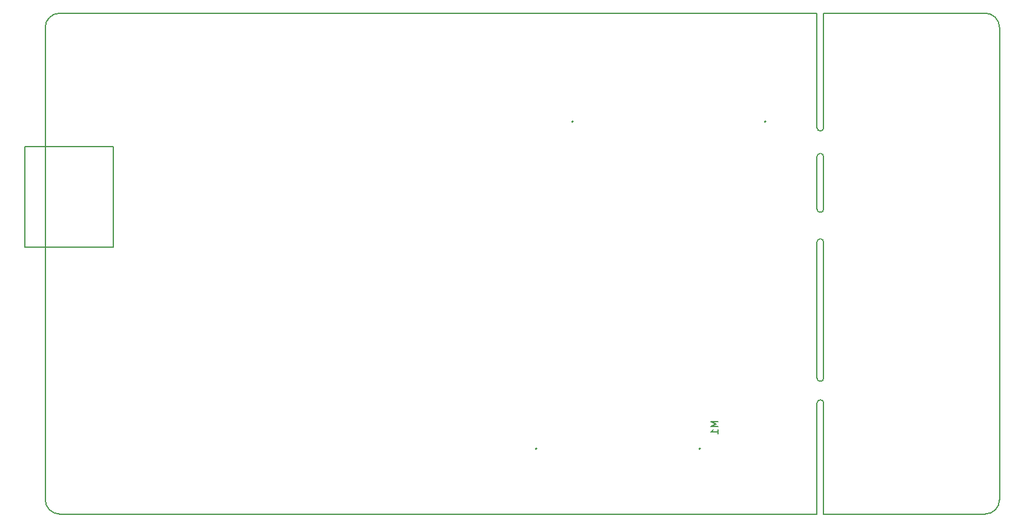
<source format=gbr>
%TF.GenerationSoftware,KiCad,Pcbnew,7.0.1*%
%TF.CreationDate,2023-11-29T10:40:01+01:00*%
%TF.ProjectId,current100A_Artiq,63757272-656e-4743-9130-30415f417274,rev?*%
%TF.SameCoordinates,Original*%
%TF.FileFunction,AssemblyDrawing,Bot*%
%FSLAX46Y46*%
G04 Gerber Fmt 4.6, Leading zero omitted, Abs format (unit mm)*
G04 Created by KiCad (PCBNEW 7.0.1) date 2023-11-29 10:40:01*
%MOMM*%
%LPD*%
G01*
G04 APERTURE LIST*
%ADD10C,0.150000*%
%ADD11C,0.127000*%
%ADD12C,0.200000*%
G04 APERTURE END LIST*
D10*
%TO.C,M1*%
X94132739Y-58194676D02*
X93132739Y-58194676D01*
X93132739Y-58194676D02*
X93847024Y-58528009D01*
X93847024Y-58528009D02*
X93132739Y-58861342D01*
X93132739Y-58861342D02*
X94132739Y-58861342D01*
X94132739Y-59861342D02*
X94132739Y-59289914D01*
X94132739Y-59575628D02*
X93132739Y-59575628D01*
X93132739Y-59575628D02*
X93275596Y-59480390D01*
X93275596Y-59480390D02*
X93370834Y-59385152D01*
X93370834Y-59385152D02*
X93418453Y-59289914D01*
D11*
X107966920Y-71068000D02*
X2126920Y-71068000D01*
X107966920Y-71068000D02*
X107966920Y-55575200D01*
X108906920Y-71068000D02*
X108906920Y-55575200D01*
X131466920Y-71068000D02*
X108906920Y-71068000D01*
X126920Y-69068000D02*
X126920Y-3068000D01*
X107966920Y-52070000D02*
X107966920Y-33070800D01*
X108906920Y-52070000D02*
X108906920Y-33070800D01*
D10*
X-2710180Y-33756600D02*
X-2710180Y-19748500D01*
X126920Y-33756600D02*
X-2710180Y-33756600D01*
X134620Y-33756600D02*
X9621520Y-33756600D01*
X9621520Y-33756600D02*
X9621520Y-19748500D01*
D11*
X107966920Y-28448000D02*
X107966920Y-21132800D01*
X108906920Y-28448000D02*
X108906920Y-21132800D01*
D10*
X-2710180Y-19748500D02*
X126920Y-19748500D01*
X9621520Y-19748500D02*
X134620Y-19748500D01*
D11*
X107966920Y-17068800D02*
X107966920Y-1068000D01*
X108906920Y-17068800D02*
X108906920Y-1068000D01*
X133466920Y-3068000D02*
X133466920Y-69068000D01*
X2126920Y-1068000D02*
X107966920Y-1068000D01*
X108906920Y-1068000D02*
X131466920Y-1068000D01*
X126920Y-69068000D02*
G75*
G03*
X2126920Y-71068000I1999999J-1D01*
G01*
X131466920Y-71068000D02*
G75*
G03*
X133466920Y-69068000I1J1999999D01*
G01*
X108906920Y-55575199D02*
G75*
G03*
X107966920Y-55575200I-470000J-7462D01*
G01*
X107966920Y-52070001D02*
G75*
G03*
X108906920Y-52070000I470000J7462D01*
G01*
X108906920Y-33070799D02*
G75*
G03*
X107966920Y-33070800I-470000J-7461D01*
G01*
X107966920Y-28448001D02*
G75*
G03*
X108906920Y-28448000I470000J7461D01*
G01*
X108906920Y-21132799D02*
G75*
G03*
X107966920Y-21132800I-470000J-7461D01*
G01*
X107966920Y-17068801D02*
G75*
G03*
X108906920Y-17068800I470000J7461D01*
G01*
X2126920Y-1068000D02*
G75*
G03*
X126920Y-3068000I0J-2000000D01*
G01*
X133466920Y-3068000D02*
G75*
G03*
X131466920Y-1068000I-2000000J0D01*
G01*
D12*
X68806920Y-61948000D02*
G75*
G03*
X68806920Y-61948000I-100000J0D01*
G01*
X91666920Y-61948000D02*
G75*
G03*
X91666920Y-61948000I-100000J0D01*
G01*
X73886920Y-16228000D02*
G75*
G03*
X73886920Y-16228000I-100000J0D01*
G01*
X100810920Y-16228000D02*
G75*
G03*
X100810920Y-16228000I-100000J0D01*
G01*
%TD*%
M02*

</source>
